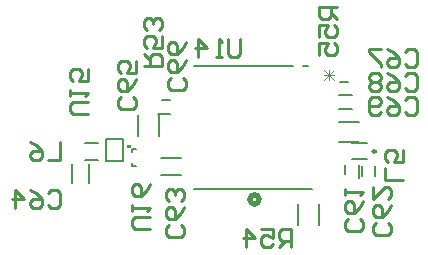
<source format=gbr>
G04*
G04 #@! TF.GenerationSoftware,Altium Limited,Altium Designer,25.8.1 (18)*
G04*
G04 Layer_Color=32896*
%FSLAX44Y44*%
%MOMM*%
G71*
G04*
G04 #@! TF.SameCoordinates,1712F0CB-3B61-41A3-BC14-C9FE2E182D8B*
G04*
G04*
G04 #@! TF.FilePolarity,Positive*
G04*
G01*
G75*
%ADD10C,0.2500*%
%ADD11C,0.1524*%
%ADD12C,0.5080*%
%ADD13C,0.2000*%
%ADD15C,0.2540*%
%ADD178C,0.0762*%
D10*
X1850032Y1697990D02*
G03*
X1850032Y1697990I-1250J0D01*
G01*
X1640354Y1702322D02*
G03*
X1642006Y1702322I826J938D01*
G01*
D11*
X1696466Y1666494D02*
X1796034D01*
X1788390Y1770126D02*
X1793010D01*
X1696466D02*
X1780310D01*
X1643507Y1685671D02*
Y1688465D01*
Y1685671D02*
X1647434D01*
X1643507Y1697355D02*
Y1700149D01*
X1647434D01*
D12*
X1751076Y1657350D02*
G03*
X1751076Y1657350I-3810J0D01*
G01*
D13*
X1784449Y1636109D02*
Y1653191D01*
X1838390Y1677163D02*
Y1685791D01*
X1849690Y1677163D02*
Y1685791D01*
X1802031Y1636109D02*
Y1653191D01*
X1824256Y1679010D02*
Y1686291D01*
X1819173Y1722656D02*
X1829801D01*
X1819173Y1734284D02*
X1829801D01*
X1819173Y1734086D02*
X1829801D01*
X1835884Y1675663D02*
Y1686291D01*
X1830058Y1704740D02*
X1842782D01*
X1830058Y1691240D02*
X1842782D01*
X1621430Y1708510D02*
X1635930D01*
X1603560Y1705490D02*
X1614560D01*
X1668332Y1677928D02*
X1685057D01*
X1668332Y1692652D02*
X1685057D01*
X1607562Y1671065D02*
Y1687597D01*
X1592838Y1670872D02*
Y1687597D01*
X1603613Y1690577D02*
X1614613D01*
X1635930Y1690010D02*
Y1708510D01*
X1621430Y1690010D02*
X1635930D01*
X1621430D02*
Y1708510D01*
X1818619Y1705709D02*
X1835701D01*
X1818619Y1723291D02*
X1835701D01*
X1666141Y1711409D02*
Y1728491D01*
X1819173Y1745714D02*
X1829801D01*
X1819676Y1745516D02*
X1830304D01*
X1819676Y1757144D02*
X1826917D01*
X1648559Y1711409D02*
Y1728491D01*
X1668750Y1741270D02*
X1676186D01*
X1665559Y1729642D02*
X1676186D01*
D15*
X1658618Y1631956D02*
X1645922D01*
X1643383Y1634495D01*
Y1639574D01*
X1645922Y1642113D01*
X1658618D01*
X1643383Y1647191D02*
Y1652270D01*
Y1649730D01*
X1658618D01*
X1656078Y1647191D01*
X1658618Y1670044D02*
X1656078Y1664966D01*
X1651000Y1659887D01*
X1645922D01*
X1643383Y1662426D01*
Y1667505D01*
X1645922Y1670044D01*
X1648461D01*
X1651000Y1667505D01*
Y1659887D01*
X1606548Y1729746D02*
X1593852D01*
X1591313Y1732285D01*
Y1737364D01*
X1593852Y1739903D01*
X1606548D01*
X1591313Y1744981D02*
Y1750060D01*
Y1747520D01*
X1606548D01*
X1604008Y1744981D01*
X1606548Y1767834D02*
Y1757677D01*
X1598930D01*
X1601469Y1762755D01*
Y1765295D01*
X1598930Y1767834D01*
X1593852D01*
X1591313Y1765295D01*
Y1760216D01*
X1593852Y1757677D01*
X1734814Y1793237D02*
Y1780542D01*
X1732275Y1778002D01*
X1727196D01*
X1724657Y1780542D01*
Y1793237D01*
X1719579Y1778002D02*
X1714500D01*
X1717040D01*
Y1793237D01*
X1719579Y1790698D01*
X1699265Y1778002D02*
Y1793237D01*
X1706883Y1785620D01*
X1696726D01*
X1817368Y1819903D02*
X1802133D01*
Y1812286D01*
X1804672Y1809747D01*
X1809750D01*
X1812289Y1812286D01*
Y1819903D01*
Y1814825D02*
X1817368Y1809747D01*
X1802133Y1794512D02*
Y1804668D01*
X1809750D01*
X1807211Y1799590D01*
Y1797051D01*
X1809750Y1794512D01*
X1814828D01*
X1817368Y1797051D01*
Y1802129D01*
X1814828Y1804668D01*
X1802133Y1779277D02*
Y1789433D01*
X1809750D01*
X1807211Y1784355D01*
Y1781816D01*
X1809750Y1779277D01*
X1814828D01*
X1817368Y1781816D01*
Y1786894D01*
X1814828Y1789433D01*
X1777993Y1616712D02*
Y1631947D01*
X1770376D01*
X1767837Y1629408D01*
Y1624330D01*
X1770376Y1621791D01*
X1777993D01*
X1772915D02*
X1767837Y1616712D01*
X1752602Y1631947D02*
X1762758D01*
Y1624330D01*
X1757680Y1626869D01*
X1755141D01*
X1752602Y1624330D01*
Y1619252D01*
X1755141Y1616712D01*
X1760219D01*
X1762758Y1619252D01*
X1739906Y1616712D02*
Y1631947D01*
X1747523Y1624330D01*
X1737367D01*
X1653542Y1770387D02*
X1668777D01*
Y1778004D01*
X1666238Y1780543D01*
X1661160D01*
X1658621Y1778004D01*
Y1770387D01*
Y1775465D02*
X1653542Y1780543D01*
X1668777Y1795778D02*
Y1785622D01*
X1661160D01*
X1663699Y1790700D01*
Y1793239D01*
X1661160Y1795778D01*
X1656082D01*
X1653542Y1793239D01*
Y1788161D01*
X1656082Y1785622D01*
X1666238Y1800857D02*
X1668777Y1803396D01*
Y1808474D01*
X1666238Y1811013D01*
X1663699D01*
X1661160Y1808474D01*
Y1805935D01*
Y1808474D01*
X1658621Y1811013D01*
X1656082D01*
X1653542Y1808474D01*
Y1803396D01*
X1656082Y1800857D01*
X1582416Y1705607D02*
Y1690372D01*
X1572259D01*
X1557024Y1705607D02*
X1562103Y1703068D01*
X1567181Y1697990D01*
Y1692912D01*
X1564642Y1690372D01*
X1559563D01*
X1557024Y1692912D01*
Y1695451D01*
X1559563Y1697990D01*
X1567181D01*
X1873248Y1673864D02*
X1858013D01*
Y1684021D01*
X1873248Y1699256D02*
Y1689099D01*
X1865630D01*
X1868169Y1694178D01*
Y1696717D01*
X1865630Y1699256D01*
X1860552D01*
X1858013Y1696717D01*
Y1691638D01*
X1860552Y1689099D01*
X1874517Y1741168D02*
X1877056Y1743707D01*
X1882134D01*
X1884673Y1741168D01*
Y1731012D01*
X1882134Y1728472D01*
X1877056D01*
X1874517Y1731012D01*
X1859282Y1743707D02*
X1864360Y1741168D01*
X1869438Y1736090D01*
Y1731012D01*
X1866899Y1728472D01*
X1861821D01*
X1859282Y1731012D01*
Y1733551D01*
X1861821Y1736090D01*
X1869438D01*
X1854203Y1731012D02*
X1851664Y1728472D01*
X1846586D01*
X1844047Y1731012D01*
Y1741168D01*
X1846586Y1743707D01*
X1851664D01*
X1854203Y1741168D01*
Y1738629D01*
X1851664Y1736090D01*
X1844047D01*
X1874517Y1761488D02*
X1877056Y1764028D01*
X1882134D01*
X1884673Y1761488D01*
Y1751332D01*
X1882134Y1748793D01*
X1877056D01*
X1874517Y1751332D01*
X1859282Y1764028D02*
X1864360Y1761488D01*
X1869438Y1756410D01*
Y1751332D01*
X1866899Y1748793D01*
X1861821D01*
X1859282Y1751332D01*
Y1753871D01*
X1861821Y1756410D01*
X1869438D01*
X1854203Y1761488D02*
X1851664Y1764028D01*
X1846586D01*
X1844047Y1761488D01*
Y1758949D01*
X1846586Y1756410D01*
X1844047Y1753871D01*
Y1751332D01*
X1846586Y1748793D01*
X1851664D01*
X1854203Y1751332D01*
Y1753871D01*
X1851664Y1756410D01*
X1854203Y1758949D01*
Y1761488D01*
X1851664Y1756410D02*
X1846586D01*
X1874517Y1781808D02*
X1877056Y1784348D01*
X1882134D01*
X1884673Y1781808D01*
Y1771652D01*
X1882134Y1769113D01*
X1877056D01*
X1874517Y1771652D01*
X1859282Y1784348D02*
X1864360Y1781808D01*
X1869438Y1776730D01*
Y1771652D01*
X1866899Y1769113D01*
X1861821D01*
X1859282Y1771652D01*
Y1774191D01*
X1861821Y1776730D01*
X1869438D01*
X1854203Y1784348D02*
X1844047D01*
Y1781808D01*
X1854203Y1771652D01*
Y1769113D01*
X1686558Y1760223D02*
X1689098Y1757684D01*
Y1752606D01*
X1686558Y1750067D01*
X1676402D01*
X1673862Y1752606D01*
Y1757684D01*
X1676402Y1760223D01*
X1689098Y1775458D02*
X1686558Y1770380D01*
X1681480Y1765302D01*
X1676402D01*
X1673862Y1767841D01*
Y1772919D01*
X1676402Y1775458D01*
X1678941D01*
X1681480Y1772919D01*
Y1765302D01*
X1689098Y1790693D02*
X1686558Y1785615D01*
X1681480Y1780537D01*
X1676402D01*
X1673862Y1783076D01*
Y1788154D01*
X1676402Y1790693D01*
X1678941D01*
X1681480Y1788154D01*
Y1780537D01*
X1644648Y1743713D02*
X1647188Y1741174D01*
Y1736096D01*
X1644648Y1733557D01*
X1634492D01*
X1631953Y1736096D01*
Y1741174D01*
X1634492Y1743713D01*
X1647188Y1758948D02*
X1644648Y1753870D01*
X1639570Y1748792D01*
X1634492D01*
X1631953Y1751331D01*
Y1756409D01*
X1634492Y1758948D01*
X1637031D01*
X1639570Y1756409D01*
Y1748792D01*
X1647188Y1774183D02*
Y1764027D01*
X1639570D01*
X1642109Y1769105D01*
Y1771644D01*
X1639570Y1774183D01*
X1634492D01*
X1631953Y1771644D01*
Y1766566D01*
X1634492Y1764027D01*
X1572257Y1662428D02*
X1574796Y1664967D01*
X1579874D01*
X1582413Y1662428D01*
Y1652272D01*
X1579874Y1649733D01*
X1574796D01*
X1572257Y1652272D01*
X1557022Y1664967D02*
X1562100Y1662428D01*
X1567178Y1657350D01*
Y1652272D01*
X1564639Y1649733D01*
X1559561D01*
X1557022Y1652272D01*
Y1654811D01*
X1559561Y1657350D01*
X1567178D01*
X1544326Y1649733D02*
Y1664967D01*
X1551943Y1657350D01*
X1541787D01*
X1685288Y1635763D02*
X1687828Y1633224D01*
Y1628146D01*
X1685288Y1625607D01*
X1675132D01*
X1672592Y1628146D01*
Y1633224D01*
X1675132Y1635763D01*
X1687828Y1650998D02*
X1685288Y1645920D01*
X1680210Y1640842D01*
X1675132D01*
X1672592Y1643381D01*
Y1648459D01*
X1675132Y1650998D01*
X1677671D01*
X1680210Y1648459D01*
Y1640842D01*
X1685288Y1656077D02*
X1687828Y1658616D01*
Y1663694D01*
X1685288Y1666233D01*
X1682749D01*
X1680210Y1663694D01*
Y1661155D01*
Y1663694D01*
X1677671Y1666233D01*
X1675132D01*
X1672592Y1663694D01*
Y1658616D01*
X1675132Y1656077D01*
X1860548Y1637033D02*
X1863088Y1634494D01*
Y1629416D01*
X1860548Y1626877D01*
X1850392D01*
X1847852Y1629416D01*
Y1634494D01*
X1850392Y1637033D01*
X1863088Y1652268D02*
X1860548Y1647190D01*
X1855470Y1642112D01*
X1850392D01*
X1847852Y1644651D01*
Y1649729D01*
X1850392Y1652268D01*
X1852931D01*
X1855470Y1649729D01*
Y1642112D01*
X1847852Y1667503D02*
Y1657347D01*
X1858009Y1667503D01*
X1860548D01*
X1863088Y1664964D01*
Y1659886D01*
X1860548Y1657347D01*
X1836418Y1640842D02*
X1838958Y1638303D01*
Y1633225D01*
X1836418Y1630686D01*
X1826262D01*
X1823723Y1633225D01*
Y1638303D01*
X1826262Y1640842D01*
X1838958Y1656078D02*
X1836418Y1650999D01*
X1831340Y1645921D01*
X1826262D01*
X1823723Y1648460D01*
Y1653538D01*
X1826262Y1656078D01*
X1828801D01*
X1831340Y1653538D01*
Y1645921D01*
X1823723Y1661156D02*
Y1666234D01*
Y1663695D01*
X1838958D01*
X1836418Y1661156D01*
D178*
X1806575Y1758530D02*
X1815039Y1766994D01*
X1806575D02*
X1815039Y1758530D01*
X1806575Y1762762D02*
X1815039D01*
X1810807Y1766994D02*
Y1758530D01*
M02*

</source>
